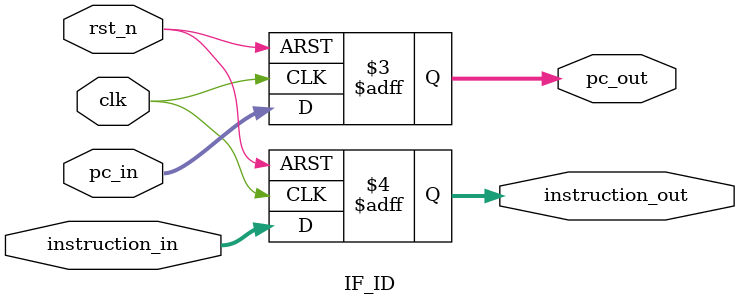
<source format=sv>
module IF_ID (
    input wire clk,
    input wire rst_n,
    input wire [31:0] pc_in,
    input wire [31:0] instruction_in,
    output reg [31:0] pc_out,
    output reg [31:0] instruction_out
);
    always @(posedge clk or negedge rst_n) begin
        if (!rst_n) begin
            pc_out <= 32'b0;
            instruction_out <= 32'b0;
        end else begin
            pc_out <= pc_in;
            instruction_out <= instruction_in;
        end
    end
endmodule
</source>
